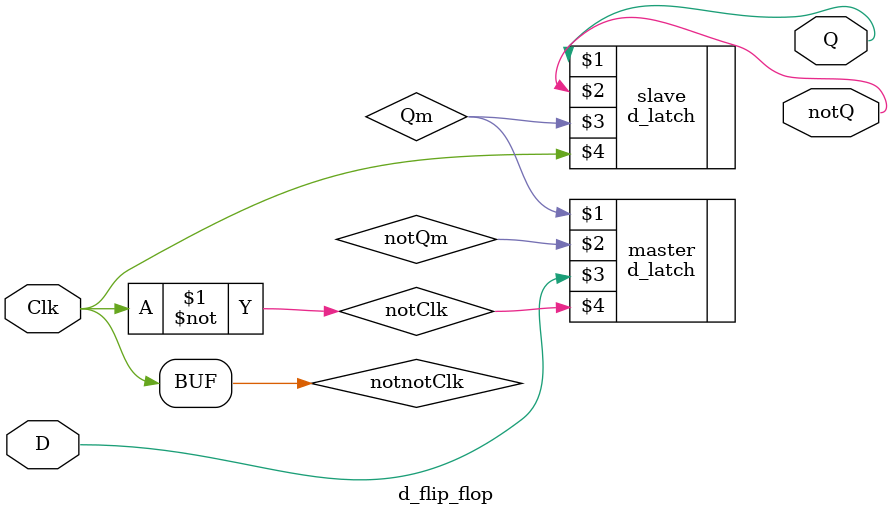
<source format=v>
`timescale 1ns / 1ps

module d_flip_flop(Q,notQ,Clk,D);
output wire Q, notQ; //  outputs of slave
input wire Clk, D;
// wire nets
wire notClk, notnotClk;
wire Qm;

wire notQm; // used in instaintion but left unconnected

not #2 not1(notClk,Clk); // not clock
not #2 not2(notnotClk,notClk); // not not clock

d_latch master(Qm,notQm,D,notClk);
d_latch slave(Q,notQ,Qm,notnotClk); //  lab manuel has not not clock

endmodule

</source>
